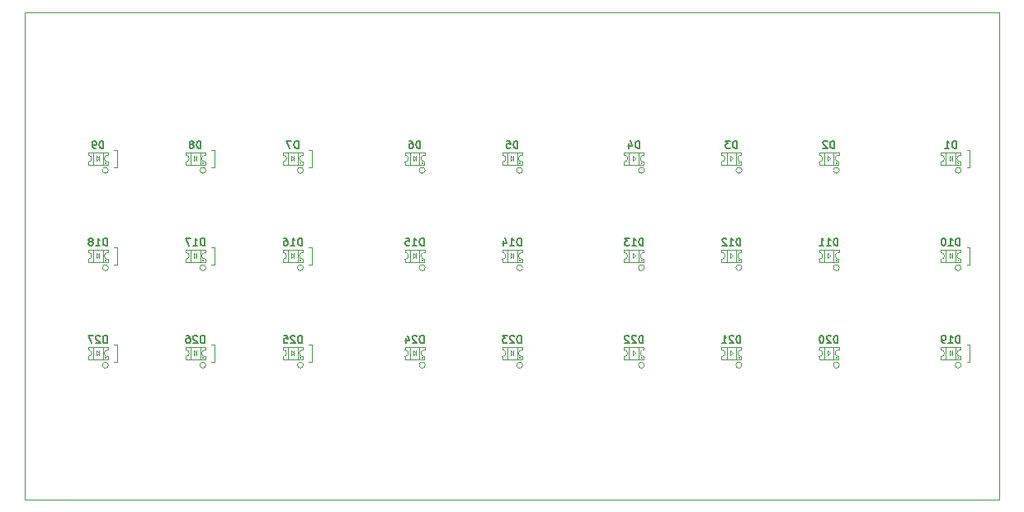
<source format=gbo>
G04 #@! TF.FileFunction,Legend,Bot*
%FSLAX46Y46*%
G04 Gerber Fmt 4.6, Leading zero omitted, Abs format (unit mm)*
G04 Created by KiCad (PCBNEW 4.0.0-stable) date 21/02/2016 17:37:39*
%MOMM*%
G01*
G04 APERTURE LIST*
%ADD10C,0.150000*%
%ADD11C,0.100000*%
%ADD12C,0.101600*%
%ADD13C,0.078740*%
%ADD14C,0.066040*%
%ADD15C,0.050800*%
%ADD16C,0.127000*%
G04 APERTURE END LIST*
D10*
D11*
X100000000Y0D02*
X0Y0D01*
X100000000Y50000000D02*
X100000000Y0D01*
X0Y50000000D02*
X100000000Y50000000D01*
X0Y0D02*
X0Y50000000D01*
D12*
X95127000Y34746000D02*
X95127000Y35254000D01*
X96651000Y35889000D02*
X96714500Y35889000D01*
X96968500Y34111000D02*
X96651000Y34111000D01*
X96714500Y35889000D02*
X96968500Y35889000D01*
X96968500Y34111000D02*
X96968500Y35889000D01*
X95127000Y35000000D02*
X94873000Y34746000D01*
X94873000Y34746000D02*
X94873000Y35254000D01*
X94873000Y35254000D02*
X95127000Y35000000D01*
D13*
X96067329Y33780800D02*
G75*
G03X96067329Y33780800I-305329J0D01*
G01*
X93984000Y35622300D02*
X96016000Y35622300D01*
X93984000Y34377700D02*
X96003300Y34377700D01*
X96016000Y35342900D02*
X96016000Y35622300D01*
X96003300Y34657100D02*
X96003300Y34403100D01*
X93984000Y35342900D02*
X93984000Y35622300D01*
X93984000Y34377700D02*
X93984000Y34657100D01*
D14*
X95497840Y35299720D02*
X95497840Y35624840D01*
X95497840Y34677420D02*
X95497840Y34827280D01*
X95497840Y35172720D02*
X95497840Y35322580D01*
X95497840Y34801880D02*
X95497840Y35198120D01*
X94502160Y35299720D02*
X94502160Y35624840D01*
X94502160Y34375160D02*
X94502160Y34700280D01*
X94502160Y35172720D02*
X94502160Y35322580D01*
X94502160Y34677420D02*
X94502160Y34827280D01*
X94502160Y34801880D02*
X94502160Y35198120D01*
X95497840Y34400560D02*
X95497840Y34700280D01*
D15*
X95856702Y34525020D02*
G75*
G03X95856702Y34525020I-71842J0D01*
G01*
D12*
X95998220Y34652020D02*
G75*
G02X95998220Y35347980I0J347980D01*
G01*
X94001780Y35347980D02*
G75*
G02X94001780Y34652020I0J-347980D01*
G01*
X7627000Y14746000D02*
X7627000Y15254000D01*
X9151000Y15889000D02*
X9214500Y15889000D01*
X9468500Y14111000D02*
X9151000Y14111000D01*
X9214500Y15889000D02*
X9468500Y15889000D01*
X9468500Y14111000D02*
X9468500Y15889000D01*
X7627000Y15000000D02*
X7373000Y14746000D01*
X7373000Y14746000D02*
X7373000Y15254000D01*
X7373000Y15254000D02*
X7627000Y15000000D01*
D13*
X8567329Y13780800D02*
G75*
G03X8567329Y13780800I-305329J0D01*
G01*
X6484000Y15622300D02*
X8516000Y15622300D01*
X6484000Y14377700D02*
X8503300Y14377700D01*
X8516000Y15342900D02*
X8516000Y15622300D01*
X8503300Y14657100D02*
X8503300Y14403100D01*
X6484000Y15342900D02*
X6484000Y15622300D01*
X6484000Y14377700D02*
X6484000Y14657100D01*
D14*
X7997840Y15299720D02*
X7997840Y15624840D01*
X7997840Y14677420D02*
X7997840Y14827280D01*
X7997840Y15172720D02*
X7997840Y15322580D01*
X7997840Y14801880D02*
X7997840Y15198120D01*
X7002160Y15299720D02*
X7002160Y15624840D01*
X7002160Y14375160D02*
X7002160Y14700280D01*
X7002160Y15172720D02*
X7002160Y15322580D01*
X7002160Y14677420D02*
X7002160Y14827280D01*
X7002160Y14801880D02*
X7002160Y15198120D01*
X7997840Y14400560D02*
X7997840Y14700280D01*
D15*
X8356702Y14525020D02*
G75*
G03X8356702Y14525020I-71842J0D01*
G01*
D12*
X8498220Y14652020D02*
G75*
G02X8498220Y15347980I0J347980D01*
G01*
X6501780Y15347980D02*
G75*
G02X6501780Y14652020I0J-347980D01*
G01*
X17627000Y14746000D02*
X17627000Y15254000D01*
X19151000Y15889000D02*
X19214500Y15889000D01*
X19468500Y14111000D02*
X19151000Y14111000D01*
X19214500Y15889000D02*
X19468500Y15889000D01*
X19468500Y14111000D02*
X19468500Y15889000D01*
X17627000Y15000000D02*
X17373000Y14746000D01*
X17373000Y14746000D02*
X17373000Y15254000D01*
X17373000Y15254000D02*
X17627000Y15000000D01*
D13*
X18567329Y13780800D02*
G75*
G03X18567329Y13780800I-305329J0D01*
G01*
X16484000Y15622300D02*
X18516000Y15622300D01*
X16484000Y14377700D02*
X18503300Y14377700D01*
X18516000Y15342900D02*
X18516000Y15622300D01*
X18503300Y14657100D02*
X18503300Y14403100D01*
X16484000Y15342900D02*
X16484000Y15622300D01*
X16484000Y14377700D02*
X16484000Y14657100D01*
D14*
X17997840Y15299720D02*
X17997840Y15624840D01*
X17997840Y14677420D02*
X17997840Y14827280D01*
X17997840Y15172720D02*
X17997840Y15322580D01*
X17997840Y14801880D02*
X17997840Y15198120D01*
X17002160Y15299720D02*
X17002160Y15624840D01*
X17002160Y14375160D02*
X17002160Y14700280D01*
X17002160Y15172720D02*
X17002160Y15322580D01*
X17002160Y14677420D02*
X17002160Y14827280D01*
X17002160Y14801880D02*
X17002160Y15198120D01*
X17997840Y14400560D02*
X17997840Y14700280D01*
D15*
X18356702Y14525020D02*
G75*
G03X18356702Y14525020I-71842J0D01*
G01*
D12*
X18498220Y14652020D02*
G75*
G02X18498220Y15347980I0J347980D01*
G01*
X16501780Y15347980D02*
G75*
G02X16501780Y14652020I0J-347980D01*
G01*
X27627000Y14746000D02*
X27627000Y15254000D01*
X29151000Y15889000D02*
X29214500Y15889000D01*
X29468500Y14111000D02*
X29151000Y14111000D01*
X29214500Y15889000D02*
X29468500Y15889000D01*
X29468500Y14111000D02*
X29468500Y15889000D01*
X27627000Y15000000D02*
X27373000Y14746000D01*
X27373000Y14746000D02*
X27373000Y15254000D01*
X27373000Y15254000D02*
X27627000Y15000000D01*
D13*
X28567329Y13780800D02*
G75*
G03X28567329Y13780800I-305329J0D01*
G01*
X26484000Y15622300D02*
X28516000Y15622300D01*
X26484000Y14377700D02*
X28503300Y14377700D01*
X28516000Y15342900D02*
X28516000Y15622300D01*
X28503300Y14657100D02*
X28503300Y14403100D01*
X26484000Y15342900D02*
X26484000Y15622300D01*
X26484000Y14377700D02*
X26484000Y14657100D01*
D14*
X27997840Y15299720D02*
X27997840Y15624840D01*
X27997840Y14677420D02*
X27997840Y14827280D01*
X27997840Y15172720D02*
X27997840Y15322580D01*
X27997840Y14801880D02*
X27997840Y15198120D01*
X27002160Y15299720D02*
X27002160Y15624840D01*
X27002160Y14375160D02*
X27002160Y14700280D01*
X27002160Y15172720D02*
X27002160Y15322580D01*
X27002160Y14677420D02*
X27002160Y14827280D01*
X27002160Y14801880D02*
X27002160Y15198120D01*
X27997840Y14400560D02*
X27997840Y14700280D01*
D15*
X28356702Y14525020D02*
G75*
G03X28356702Y14525020I-71842J0D01*
G01*
D12*
X28498220Y14652020D02*
G75*
G02X28498220Y15347980I0J347980D01*
G01*
X26501780Y15347980D02*
G75*
G02X26501780Y14652020I0J-347980D01*
G01*
X95127000Y14746000D02*
X95127000Y15254000D01*
X96651000Y15889000D02*
X96714500Y15889000D01*
X96968500Y14111000D02*
X96651000Y14111000D01*
X96714500Y15889000D02*
X96968500Y15889000D01*
X96968500Y14111000D02*
X96968500Y15889000D01*
X95127000Y15000000D02*
X94873000Y14746000D01*
X94873000Y14746000D02*
X94873000Y15254000D01*
X94873000Y15254000D02*
X95127000Y15000000D01*
D13*
X96067329Y13780800D02*
G75*
G03X96067329Y13780800I-305329J0D01*
G01*
X93984000Y15622300D02*
X96016000Y15622300D01*
X93984000Y14377700D02*
X96003300Y14377700D01*
X96016000Y15342900D02*
X96016000Y15622300D01*
X96003300Y14657100D02*
X96003300Y14403100D01*
X93984000Y15342900D02*
X93984000Y15622300D01*
X93984000Y14377700D02*
X93984000Y14657100D01*
D14*
X95497840Y15299720D02*
X95497840Y15624840D01*
X95497840Y14677420D02*
X95497840Y14827280D01*
X95497840Y15172720D02*
X95497840Y15322580D01*
X95497840Y14801880D02*
X95497840Y15198120D01*
X94502160Y15299720D02*
X94502160Y15624840D01*
X94502160Y14375160D02*
X94502160Y14700280D01*
X94502160Y15172720D02*
X94502160Y15322580D01*
X94502160Y14677420D02*
X94502160Y14827280D01*
X94502160Y14801880D02*
X94502160Y15198120D01*
X95497840Y14400560D02*
X95497840Y14700280D01*
D15*
X95856702Y14525020D02*
G75*
G03X95856702Y14525020I-71842J0D01*
G01*
D12*
X95998220Y14652020D02*
G75*
G02X95998220Y15347980I0J347980D01*
G01*
X94001780Y15347980D02*
G75*
G02X94001780Y14652020I0J-347980D01*
G01*
X7627000Y24746000D02*
X7627000Y25254000D01*
X9151000Y25889000D02*
X9214500Y25889000D01*
X9468500Y24111000D02*
X9151000Y24111000D01*
X9214500Y25889000D02*
X9468500Y25889000D01*
X9468500Y24111000D02*
X9468500Y25889000D01*
X7627000Y25000000D02*
X7373000Y24746000D01*
X7373000Y24746000D02*
X7373000Y25254000D01*
X7373000Y25254000D02*
X7627000Y25000000D01*
D13*
X8567329Y23780800D02*
G75*
G03X8567329Y23780800I-305329J0D01*
G01*
X6484000Y25622300D02*
X8516000Y25622300D01*
X6484000Y24377700D02*
X8503300Y24377700D01*
X8516000Y25342900D02*
X8516000Y25622300D01*
X8503300Y24657100D02*
X8503300Y24403100D01*
X6484000Y25342900D02*
X6484000Y25622300D01*
X6484000Y24377700D02*
X6484000Y24657100D01*
D14*
X7997840Y25299720D02*
X7997840Y25624840D01*
X7997840Y24677420D02*
X7997840Y24827280D01*
X7997840Y25172720D02*
X7997840Y25322580D01*
X7997840Y24801880D02*
X7997840Y25198120D01*
X7002160Y25299720D02*
X7002160Y25624840D01*
X7002160Y24375160D02*
X7002160Y24700280D01*
X7002160Y25172720D02*
X7002160Y25322580D01*
X7002160Y24677420D02*
X7002160Y24827280D01*
X7002160Y24801880D02*
X7002160Y25198120D01*
X7997840Y24400560D02*
X7997840Y24700280D01*
D15*
X8356702Y24525020D02*
G75*
G03X8356702Y24525020I-71842J0D01*
G01*
D12*
X8498220Y24652020D02*
G75*
G02X8498220Y25347980I0J347980D01*
G01*
X6501780Y25347980D02*
G75*
G02X6501780Y24652020I0J-347980D01*
G01*
X17627000Y24746000D02*
X17627000Y25254000D01*
X19151000Y25889000D02*
X19214500Y25889000D01*
X19468500Y24111000D02*
X19151000Y24111000D01*
X19214500Y25889000D02*
X19468500Y25889000D01*
X19468500Y24111000D02*
X19468500Y25889000D01*
X17627000Y25000000D02*
X17373000Y24746000D01*
X17373000Y24746000D02*
X17373000Y25254000D01*
X17373000Y25254000D02*
X17627000Y25000000D01*
D13*
X18567329Y23780800D02*
G75*
G03X18567329Y23780800I-305329J0D01*
G01*
X16484000Y25622300D02*
X18516000Y25622300D01*
X16484000Y24377700D02*
X18503300Y24377700D01*
X18516000Y25342900D02*
X18516000Y25622300D01*
X18503300Y24657100D02*
X18503300Y24403100D01*
X16484000Y25342900D02*
X16484000Y25622300D01*
X16484000Y24377700D02*
X16484000Y24657100D01*
D14*
X17997840Y25299720D02*
X17997840Y25624840D01*
X17997840Y24677420D02*
X17997840Y24827280D01*
X17997840Y25172720D02*
X17997840Y25322580D01*
X17997840Y24801880D02*
X17997840Y25198120D01*
X17002160Y25299720D02*
X17002160Y25624840D01*
X17002160Y24375160D02*
X17002160Y24700280D01*
X17002160Y25172720D02*
X17002160Y25322580D01*
X17002160Y24677420D02*
X17002160Y24827280D01*
X17002160Y24801880D02*
X17002160Y25198120D01*
X17997840Y24400560D02*
X17997840Y24700280D01*
D15*
X18356702Y24525020D02*
G75*
G03X18356702Y24525020I-71842J0D01*
G01*
D12*
X18498220Y24652020D02*
G75*
G02X18498220Y25347980I0J347980D01*
G01*
X16501780Y25347980D02*
G75*
G02X16501780Y24652020I0J-347980D01*
G01*
X27627000Y24746000D02*
X27627000Y25254000D01*
X29151000Y25889000D02*
X29214500Y25889000D01*
X29468500Y24111000D02*
X29151000Y24111000D01*
X29214500Y25889000D02*
X29468500Y25889000D01*
X29468500Y24111000D02*
X29468500Y25889000D01*
X27627000Y25000000D02*
X27373000Y24746000D01*
X27373000Y24746000D02*
X27373000Y25254000D01*
X27373000Y25254000D02*
X27627000Y25000000D01*
D13*
X28567329Y23780800D02*
G75*
G03X28567329Y23780800I-305329J0D01*
G01*
X26484000Y25622300D02*
X28516000Y25622300D01*
X26484000Y24377700D02*
X28503300Y24377700D01*
X28516000Y25342900D02*
X28516000Y25622300D01*
X28503300Y24657100D02*
X28503300Y24403100D01*
X26484000Y25342900D02*
X26484000Y25622300D01*
X26484000Y24377700D02*
X26484000Y24657100D01*
D14*
X27997840Y25299720D02*
X27997840Y25624840D01*
X27997840Y24677420D02*
X27997840Y24827280D01*
X27997840Y25172720D02*
X27997840Y25322580D01*
X27997840Y24801880D02*
X27997840Y25198120D01*
X27002160Y25299720D02*
X27002160Y25624840D01*
X27002160Y24375160D02*
X27002160Y24700280D01*
X27002160Y25172720D02*
X27002160Y25322580D01*
X27002160Y24677420D02*
X27002160Y24827280D01*
X27002160Y24801880D02*
X27002160Y25198120D01*
X27997840Y24400560D02*
X27997840Y24700280D01*
D15*
X28356702Y24525020D02*
G75*
G03X28356702Y24525020I-71842J0D01*
G01*
D12*
X28498220Y24652020D02*
G75*
G02X28498220Y25347980I0J347980D01*
G01*
X26501780Y25347980D02*
G75*
G02X26501780Y24652020I0J-347980D01*
G01*
X95127000Y24746000D02*
X95127000Y25254000D01*
X96651000Y25889000D02*
X96714500Y25889000D01*
X96968500Y24111000D02*
X96651000Y24111000D01*
X96714500Y25889000D02*
X96968500Y25889000D01*
X96968500Y24111000D02*
X96968500Y25889000D01*
X95127000Y25000000D02*
X94873000Y24746000D01*
X94873000Y24746000D02*
X94873000Y25254000D01*
X94873000Y25254000D02*
X95127000Y25000000D01*
D13*
X96067329Y23780800D02*
G75*
G03X96067329Y23780800I-305329J0D01*
G01*
X93984000Y25622300D02*
X96016000Y25622300D01*
X93984000Y24377700D02*
X96003300Y24377700D01*
X96016000Y25342900D02*
X96016000Y25622300D01*
X96003300Y24657100D02*
X96003300Y24403100D01*
X93984000Y25342900D02*
X93984000Y25622300D01*
X93984000Y24377700D02*
X93984000Y24657100D01*
D14*
X95497840Y25299720D02*
X95497840Y25624840D01*
X95497840Y24677420D02*
X95497840Y24827280D01*
X95497840Y25172720D02*
X95497840Y25322580D01*
X95497840Y24801880D02*
X95497840Y25198120D01*
X94502160Y25299720D02*
X94502160Y25624840D01*
X94502160Y24375160D02*
X94502160Y24700280D01*
X94502160Y25172720D02*
X94502160Y25322580D01*
X94502160Y24677420D02*
X94502160Y24827280D01*
X94502160Y24801880D02*
X94502160Y25198120D01*
X95497840Y24400560D02*
X95497840Y24700280D01*
D15*
X95856702Y24525020D02*
G75*
G03X95856702Y24525020I-71842J0D01*
G01*
D12*
X95998220Y24652020D02*
G75*
G02X95998220Y25347980I0J347980D01*
G01*
X94001780Y25347980D02*
G75*
G02X94001780Y24652020I0J-347980D01*
G01*
X7627000Y34746000D02*
X7627000Y35254000D01*
X9151000Y35889000D02*
X9214500Y35889000D01*
X9468500Y34111000D02*
X9151000Y34111000D01*
X9214500Y35889000D02*
X9468500Y35889000D01*
X9468500Y34111000D02*
X9468500Y35889000D01*
X7627000Y35000000D02*
X7373000Y34746000D01*
X7373000Y34746000D02*
X7373000Y35254000D01*
X7373000Y35254000D02*
X7627000Y35000000D01*
D13*
X8567329Y33780800D02*
G75*
G03X8567329Y33780800I-305329J0D01*
G01*
X6484000Y35622300D02*
X8516000Y35622300D01*
X6484000Y34377700D02*
X8503300Y34377700D01*
X8516000Y35342900D02*
X8516000Y35622300D01*
X8503300Y34657100D02*
X8503300Y34403100D01*
X6484000Y35342900D02*
X6484000Y35622300D01*
X6484000Y34377700D02*
X6484000Y34657100D01*
D14*
X7997840Y35299720D02*
X7997840Y35624840D01*
X7997840Y34677420D02*
X7997840Y34827280D01*
X7997840Y35172720D02*
X7997840Y35322580D01*
X7997840Y34801880D02*
X7997840Y35198120D01*
X7002160Y35299720D02*
X7002160Y35624840D01*
X7002160Y34375160D02*
X7002160Y34700280D01*
X7002160Y35172720D02*
X7002160Y35322580D01*
X7002160Y34677420D02*
X7002160Y34827280D01*
X7002160Y34801880D02*
X7002160Y35198120D01*
X7997840Y34400560D02*
X7997840Y34700280D01*
D15*
X8356702Y34525020D02*
G75*
G03X8356702Y34525020I-71842J0D01*
G01*
D12*
X8498220Y34652020D02*
G75*
G02X8498220Y35347980I0J347980D01*
G01*
X6501780Y35347980D02*
G75*
G02X6501780Y34652020I0J-347980D01*
G01*
X17627000Y34746000D02*
X17627000Y35254000D01*
X19151000Y35889000D02*
X19214500Y35889000D01*
X19468500Y34111000D02*
X19151000Y34111000D01*
X19214500Y35889000D02*
X19468500Y35889000D01*
X19468500Y34111000D02*
X19468500Y35889000D01*
X17627000Y35000000D02*
X17373000Y34746000D01*
X17373000Y34746000D02*
X17373000Y35254000D01*
X17373000Y35254000D02*
X17627000Y35000000D01*
D13*
X18567329Y33780800D02*
G75*
G03X18567329Y33780800I-305329J0D01*
G01*
X16484000Y35622300D02*
X18516000Y35622300D01*
X16484000Y34377700D02*
X18503300Y34377700D01*
X18516000Y35342900D02*
X18516000Y35622300D01*
X18503300Y34657100D02*
X18503300Y34403100D01*
X16484000Y35342900D02*
X16484000Y35622300D01*
X16484000Y34377700D02*
X16484000Y34657100D01*
D14*
X17997840Y35299720D02*
X17997840Y35624840D01*
X17997840Y34677420D02*
X17997840Y34827280D01*
X17997840Y35172720D02*
X17997840Y35322580D01*
X17997840Y34801880D02*
X17997840Y35198120D01*
X17002160Y35299720D02*
X17002160Y35624840D01*
X17002160Y34375160D02*
X17002160Y34700280D01*
X17002160Y35172720D02*
X17002160Y35322580D01*
X17002160Y34677420D02*
X17002160Y34827280D01*
X17002160Y34801880D02*
X17002160Y35198120D01*
X17997840Y34400560D02*
X17997840Y34700280D01*
D15*
X18356702Y34525020D02*
G75*
G03X18356702Y34525020I-71842J0D01*
G01*
D12*
X18498220Y34652020D02*
G75*
G02X18498220Y35347980I0J347980D01*
G01*
X16501780Y35347980D02*
G75*
G02X16501780Y34652020I0J-347980D01*
G01*
X27627000Y34746000D02*
X27627000Y35254000D01*
X29151000Y35889000D02*
X29214500Y35889000D01*
X29468500Y34111000D02*
X29151000Y34111000D01*
X29214500Y35889000D02*
X29468500Y35889000D01*
X29468500Y34111000D02*
X29468500Y35889000D01*
X27627000Y35000000D02*
X27373000Y34746000D01*
X27373000Y34746000D02*
X27373000Y35254000D01*
X27373000Y35254000D02*
X27627000Y35000000D01*
D13*
X28567329Y33780800D02*
G75*
G03X28567329Y33780800I-305329J0D01*
G01*
X26484000Y35622300D02*
X28516000Y35622300D01*
X26484000Y34377700D02*
X28503300Y34377700D01*
X28516000Y35342900D02*
X28516000Y35622300D01*
X28503300Y34657100D02*
X28503300Y34403100D01*
X26484000Y35342900D02*
X26484000Y35622300D01*
X26484000Y34377700D02*
X26484000Y34657100D01*
D14*
X27997840Y35299720D02*
X27997840Y35624840D01*
X27997840Y34677420D02*
X27997840Y34827280D01*
X27997840Y35172720D02*
X27997840Y35322580D01*
X27997840Y34801880D02*
X27997840Y35198120D01*
X27002160Y35299720D02*
X27002160Y35624840D01*
X27002160Y34375160D02*
X27002160Y34700280D01*
X27002160Y35172720D02*
X27002160Y35322580D01*
X27002160Y34677420D02*
X27002160Y34827280D01*
X27002160Y34801880D02*
X27002160Y35198120D01*
X27997840Y34400560D02*
X27997840Y34700280D01*
D15*
X28356702Y34525020D02*
G75*
G03X28356702Y34525020I-71842J0D01*
G01*
D12*
X28498220Y34652020D02*
G75*
G02X28498220Y35347980I0J347980D01*
G01*
X26501780Y35347980D02*
G75*
G02X26501780Y34652020I0J-347980D01*
G01*
X40127000Y14746000D02*
X40127000Y15254000D01*
X39873000Y14746000D02*
X40127000Y15000000D01*
X40127000Y15000000D02*
X39873000Y15254000D01*
X39873000Y15254000D02*
X39873000Y14746000D01*
D13*
X41067329Y13780800D02*
G75*
G03X41067329Y13780800I-305329J0D01*
G01*
X38984000Y15622300D02*
X41016000Y15622300D01*
X38984000Y14377700D02*
X41003300Y14377700D01*
X41016000Y15342900D02*
X41016000Y15622300D01*
X41003300Y14657100D02*
X41003300Y14403100D01*
X38984000Y15342900D02*
X38984000Y15622300D01*
X38984000Y14377700D02*
X38984000Y14657100D01*
D14*
X40497840Y15299720D02*
X40497840Y15624840D01*
X40497840Y14677420D02*
X40497840Y14827280D01*
X40497840Y15172720D02*
X40497840Y15322580D01*
X40497840Y14801880D02*
X40497840Y15198120D01*
X39502160Y15299720D02*
X39502160Y15624840D01*
X39502160Y14375160D02*
X39502160Y14700280D01*
X39502160Y15172720D02*
X39502160Y15322580D01*
X39502160Y14677420D02*
X39502160Y14827280D01*
X39502160Y14801880D02*
X39502160Y15198120D01*
X40497840Y14400560D02*
X40497840Y14700280D01*
D15*
X40856702Y14525020D02*
G75*
G03X40856702Y14525020I-71842J0D01*
G01*
D12*
X40998220Y14652020D02*
G75*
G02X40998220Y15347980I0J347980D01*
G01*
X39001780Y15347980D02*
G75*
G02X39001780Y14652020I0J-347980D01*
G01*
X50127000Y14746000D02*
X50127000Y15254000D01*
X49873000Y14746000D02*
X50127000Y15000000D01*
X50127000Y15000000D02*
X49873000Y15254000D01*
X49873000Y15254000D02*
X49873000Y14746000D01*
D13*
X51067329Y13780800D02*
G75*
G03X51067329Y13780800I-305329J0D01*
G01*
X48984000Y15622300D02*
X51016000Y15622300D01*
X48984000Y14377700D02*
X51003300Y14377700D01*
X51016000Y15342900D02*
X51016000Y15622300D01*
X51003300Y14657100D02*
X51003300Y14403100D01*
X48984000Y15342900D02*
X48984000Y15622300D01*
X48984000Y14377700D02*
X48984000Y14657100D01*
D14*
X50497840Y15299720D02*
X50497840Y15624840D01*
X50497840Y14677420D02*
X50497840Y14827280D01*
X50497840Y15172720D02*
X50497840Y15322580D01*
X50497840Y14801880D02*
X50497840Y15198120D01*
X49502160Y15299720D02*
X49502160Y15624840D01*
X49502160Y14375160D02*
X49502160Y14700280D01*
X49502160Y15172720D02*
X49502160Y15322580D01*
X49502160Y14677420D02*
X49502160Y14827280D01*
X49502160Y14801880D02*
X49502160Y15198120D01*
X50497840Y14400560D02*
X50497840Y14700280D01*
D15*
X50856702Y14525020D02*
G75*
G03X50856702Y14525020I-71842J0D01*
G01*
D12*
X50998220Y14652020D02*
G75*
G02X50998220Y15347980I0J347980D01*
G01*
X49001780Y15347980D02*
G75*
G02X49001780Y14652020I0J-347980D01*
G01*
X40127000Y24746000D02*
X40127000Y25254000D01*
X39873000Y24746000D02*
X40127000Y25000000D01*
X40127000Y25000000D02*
X39873000Y25254000D01*
X39873000Y25254000D02*
X39873000Y24746000D01*
D13*
X41067329Y23780800D02*
G75*
G03X41067329Y23780800I-305329J0D01*
G01*
X38984000Y25622300D02*
X41016000Y25622300D01*
X38984000Y24377700D02*
X41003300Y24377700D01*
X41016000Y25342900D02*
X41016000Y25622300D01*
X41003300Y24657100D02*
X41003300Y24403100D01*
X38984000Y25342900D02*
X38984000Y25622300D01*
X38984000Y24377700D02*
X38984000Y24657100D01*
D14*
X40497840Y25299720D02*
X40497840Y25624840D01*
X40497840Y24677420D02*
X40497840Y24827280D01*
X40497840Y25172720D02*
X40497840Y25322580D01*
X40497840Y24801880D02*
X40497840Y25198120D01*
X39502160Y25299720D02*
X39502160Y25624840D01*
X39502160Y24375160D02*
X39502160Y24700280D01*
X39502160Y25172720D02*
X39502160Y25322580D01*
X39502160Y24677420D02*
X39502160Y24827280D01*
X39502160Y24801880D02*
X39502160Y25198120D01*
X40497840Y24400560D02*
X40497840Y24700280D01*
D15*
X40856702Y24525020D02*
G75*
G03X40856702Y24525020I-71842J0D01*
G01*
D12*
X40998220Y24652020D02*
G75*
G02X40998220Y25347980I0J347980D01*
G01*
X39001780Y25347980D02*
G75*
G02X39001780Y24652020I0J-347980D01*
G01*
X50127000Y24746000D02*
X50127000Y25254000D01*
X49873000Y24746000D02*
X50127000Y25000000D01*
X50127000Y25000000D02*
X49873000Y25254000D01*
X49873000Y25254000D02*
X49873000Y24746000D01*
D13*
X51067329Y23780800D02*
G75*
G03X51067329Y23780800I-305329J0D01*
G01*
X48984000Y25622300D02*
X51016000Y25622300D01*
X48984000Y24377700D02*
X51003300Y24377700D01*
X51016000Y25342900D02*
X51016000Y25622300D01*
X51003300Y24657100D02*
X51003300Y24403100D01*
X48984000Y25342900D02*
X48984000Y25622300D01*
X48984000Y24377700D02*
X48984000Y24657100D01*
D14*
X50497840Y25299720D02*
X50497840Y25624840D01*
X50497840Y24677420D02*
X50497840Y24827280D01*
X50497840Y25172720D02*
X50497840Y25322580D01*
X50497840Y24801880D02*
X50497840Y25198120D01*
X49502160Y25299720D02*
X49502160Y25624840D01*
X49502160Y24375160D02*
X49502160Y24700280D01*
X49502160Y25172720D02*
X49502160Y25322580D01*
X49502160Y24677420D02*
X49502160Y24827280D01*
X49502160Y24801880D02*
X49502160Y25198120D01*
X50497840Y24400560D02*
X50497840Y24700280D01*
D15*
X50856702Y24525020D02*
G75*
G03X50856702Y24525020I-71842J0D01*
G01*
D12*
X50998220Y24652020D02*
G75*
G02X50998220Y25347980I0J347980D01*
G01*
X49001780Y25347980D02*
G75*
G02X49001780Y24652020I0J-347980D01*
G01*
X40127000Y34746000D02*
X40127000Y35254000D01*
X39873000Y34746000D02*
X40127000Y35000000D01*
X40127000Y35000000D02*
X39873000Y35254000D01*
X39873000Y35254000D02*
X39873000Y34746000D01*
D13*
X41067329Y33780800D02*
G75*
G03X41067329Y33780800I-305329J0D01*
G01*
X38984000Y35622300D02*
X41016000Y35622300D01*
X38984000Y34377700D02*
X41003300Y34377700D01*
X41016000Y35342900D02*
X41016000Y35622300D01*
X41003300Y34657100D02*
X41003300Y34403100D01*
X38984000Y35342900D02*
X38984000Y35622300D01*
X38984000Y34377700D02*
X38984000Y34657100D01*
D14*
X40497840Y35299720D02*
X40497840Y35624840D01*
X40497840Y34677420D02*
X40497840Y34827280D01*
X40497840Y35172720D02*
X40497840Y35322580D01*
X40497840Y34801880D02*
X40497840Y35198120D01*
X39502160Y35299720D02*
X39502160Y35624840D01*
X39502160Y34375160D02*
X39502160Y34700280D01*
X39502160Y35172720D02*
X39502160Y35322580D01*
X39502160Y34677420D02*
X39502160Y34827280D01*
X39502160Y34801880D02*
X39502160Y35198120D01*
X40497840Y34400560D02*
X40497840Y34700280D01*
D15*
X40856702Y34525020D02*
G75*
G03X40856702Y34525020I-71842J0D01*
G01*
D12*
X40998220Y34652020D02*
G75*
G02X40998220Y35347980I0J347980D01*
G01*
X39001780Y35347980D02*
G75*
G02X39001780Y34652020I0J-347980D01*
G01*
X50127000Y34746000D02*
X50127000Y35254000D01*
X49873000Y34746000D02*
X50127000Y35000000D01*
X50127000Y35000000D02*
X49873000Y35254000D01*
X49873000Y35254000D02*
X49873000Y34746000D01*
D13*
X51067329Y33780800D02*
G75*
G03X51067329Y33780800I-305329J0D01*
G01*
X48984000Y35622300D02*
X51016000Y35622300D01*
X48984000Y34377700D02*
X51003300Y34377700D01*
X51016000Y35342900D02*
X51016000Y35622300D01*
X51003300Y34657100D02*
X51003300Y34403100D01*
X48984000Y35342900D02*
X48984000Y35622300D01*
X48984000Y34377700D02*
X48984000Y34657100D01*
D14*
X50497840Y35299720D02*
X50497840Y35624840D01*
X50497840Y34677420D02*
X50497840Y34827280D01*
X50497840Y35172720D02*
X50497840Y35322580D01*
X50497840Y34801880D02*
X50497840Y35198120D01*
X49502160Y35299720D02*
X49502160Y35624840D01*
X49502160Y34375160D02*
X49502160Y34700280D01*
X49502160Y35172720D02*
X49502160Y35322580D01*
X49502160Y34677420D02*
X49502160Y34827280D01*
X49502160Y34801880D02*
X49502160Y35198120D01*
X50497840Y34400560D02*
X50497840Y34700280D01*
D15*
X50856702Y34525020D02*
G75*
G03X50856702Y34525020I-71842J0D01*
G01*
D12*
X50998220Y34652020D02*
G75*
G02X50998220Y35347980I0J347980D01*
G01*
X49001780Y35347980D02*
G75*
G02X49001780Y34652020I0J-347980D01*
G01*
X82627000Y35000000D02*
X82373000Y34746000D01*
X82373000Y34746000D02*
X82373000Y35127000D01*
X82373000Y35127000D02*
X82373000Y35254000D01*
X82373000Y35254000D02*
X82627000Y35000000D01*
D13*
X83567329Y33780800D02*
G75*
G03X83567329Y33780800I-305329J0D01*
G01*
X81484000Y35622300D02*
X83516000Y35622300D01*
X81484000Y34377700D02*
X83503300Y34377700D01*
X83516000Y35342900D02*
X83516000Y35622300D01*
X83503300Y34657100D02*
X83503300Y34403100D01*
X81484000Y35342900D02*
X81484000Y35622300D01*
X81484000Y34377700D02*
X81484000Y34657100D01*
D14*
X82997840Y35299720D02*
X82997840Y35624840D01*
X82997840Y34677420D02*
X82997840Y34827280D01*
X82997840Y35172720D02*
X82997840Y35322580D01*
X82997840Y34801880D02*
X82997840Y35198120D01*
X82002160Y35299720D02*
X82002160Y35624840D01*
X82002160Y34375160D02*
X82002160Y34700280D01*
X82002160Y35172720D02*
X82002160Y35322580D01*
X82002160Y34677420D02*
X82002160Y34827280D01*
X82002160Y34801880D02*
X82002160Y35198120D01*
X82997840Y34400560D02*
X82997840Y34700280D01*
D15*
X83356702Y34525020D02*
G75*
G03X83356702Y34525020I-71842J0D01*
G01*
D12*
X83498220Y34652020D02*
G75*
G02X83498220Y35347980I0J347980D01*
G01*
X81501780Y35347980D02*
G75*
G02X81501780Y34652020I0J-347980D01*
G01*
X72627000Y35000000D02*
X72373000Y34746000D01*
X72373000Y34746000D02*
X72373000Y35127000D01*
X72373000Y35127000D02*
X72373000Y35254000D01*
X72373000Y35254000D02*
X72627000Y35000000D01*
D13*
X73567329Y33780800D02*
G75*
G03X73567329Y33780800I-305329J0D01*
G01*
X71484000Y35622300D02*
X73516000Y35622300D01*
X71484000Y34377700D02*
X73503300Y34377700D01*
X73516000Y35342900D02*
X73516000Y35622300D01*
X73503300Y34657100D02*
X73503300Y34403100D01*
X71484000Y35342900D02*
X71484000Y35622300D01*
X71484000Y34377700D02*
X71484000Y34657100D01*
D14*
X72997840Y35299720D02*
X72997840Y35624840D01*
X72997840Y34677420D02*
X72997840Y34827280D01*
X72997840Y35172720D02*
X72997840Y35322580D01*
X72997840Y34801880D02*
X72997840Y35198120D01*
X72002160Y35299720D02*
X72002160Y35624840D01*
X72002160Y34375160D02*
X72002160Y34700280D01*
X72002160Y35172720D02*
X72002160Y35322580D01*
X72002160Y34677420D02*
X72002160Y34827280D01*
X72002160Y34801880D02*
X72002160Y35198120D01*
X72997840Y34400560D02*
X72997840Y34700280D01*
D15*
X73356702Y34525020D02*
G75*
G03X73356702Y34525020I-71842J0D01*
G01*
D12*
X73498220Y34652020D02*
G75*
G02X73498220Y35347980I0J347980D01*
G01*
X71501780Y35347980D02*
G75*
G02X71501780Y34652020I0J-347980D01*
G01*
X62627000Y35000000D02*
X62373000Y34746000D01*
X62373000Y34746000D02*
X62373000Y35127000D01*
X62373000Y35127000D02*
X62373000Y35254000D01*
X62373000Y35254000D02*
X62627000Y35000000D01*
D13*
X63567329Y33780800D02*
G75*
G03X63567329Y33780800I-305329J0D01*
G01*
X61484000Y35622300D02*
X63516000Y35622300D01*
X61484000Y34377700D02*
X63503300Y34377700D01*
X63516000Y35342900D02*
X63516000Y35622300D01*
X63503300Y34657100D02*
X63503300Y34403100D01*
X61484000Y35342900D02*
X61484000Y35622300D01*
X61484000Y34377700D02*
X61484000Y34657100D01*
D14*
X62997840Y35299720D02*
X62997840Y35624840D01*
X62997840Y34677420D02*
X62997840Y34827280D01*
X62997840Y35172720D02*
X62997840Y35322580D01*
X62997840Y34801880D02*
X62997840Y35198120D01*
X62002160Y35299720D02*
X62002160Y35624840D01*
X62002160Y34375160D02*
X62002160Y34700280D01*
X62002160Y35172720D02*
X62002160Y35322580D01*
X62002160Y34677420D02*
X62002160Y34827280D01*
X62002160Y34801880D02*
X62002160Y35198120D01*
X62997840Y34400560D02*
X62997840Y34700280D01*
D15*
X63356702Y34525020D02*
G75*
G03X63356702Y34525020I-71842J0D01*
G01*
D12*
X63498220Y34652020D02*
G75*
G02X63498220Y35347980I0J347980D01*
G01*
X61501780Y35347980D02*
G75*
G02X61501780Y34652020I0J-347980D01*
G01*
X82627000Y25000000D02*
X82373000Y24746000D01*
X82373000Y24746000D02*
X82373000Y25127000D01*
X82373000Y25127000D02*
X82373000Y25254000D01*
X82373000Y25254000D02*
X82627000Y25000000D01*
D13*
X83567329Y23780800D02*
G75*
G03X83567329Y23780800I-305329J0D01*
G01*
X81484000Y25622300D02*
X83516000Y25622300D01*
X81484000Y24377700D02*
X83503300Y24377700D01*
X83516000Y25342900D02*
X83516000Y25622300D01*
X83503300Y24657100D02*
X83503300Y24403100D01*
X81484000Y25342900D02*
X81484000Y25622300D01*
X81484000Y24377700D02*
X81484000Y24657100D01*
D14*
X82997840Y25299720D02*
X82997840Y25624840D01*
X82997840Y24677420D02*
X82997840Y24827280D01*
X82997840Y25172720D02*
X82997840Y25322580D01*
X82997840Y24801880D02*
X82997840Y25198120D01*
X82002160Y25299720D02*
X82002160Y25624840D01*
X82002160Y24375160D02*
X82002160Y24700280D01*
X82002160Y25172720D02*
X82002160Y25322580D01*
X82002160Y24677420D02*
X82002160Y24827280D01*
X82002160Y24801880D02*
X82002160Y25198120D01*
X82997840Y24400560D02*
X82997840Y24700280D01*
D15*
X83356702Y24525020D02*
G75*
G03X83356702Y24525020I-71842J0D01*
G01*
D12*
X83498220Y24652020D02*
G75*
G02X83498220Y25347980I0J347980D01*
G01*
X81501780Y25347980D02*
G75*
G02X81501780Y24652020I0J-347980D01*
G01*
X72627000Y25000000D02*
X72373000Y24746000D01*
X72373000Y24746000D02*
X72373000Y25127000D01*
X72373000Y25127000D02*
X72373000Y25254000D01*
X72373000Y25254000D02*
X72627000Y25000000D01*
D13*
X73567329Y23780800D02*
G75*
G03X73567329Y23780800I-305329J0D01*
G01*
X71484000Y25622300D02*
X73516000Y25622300D01*
X71484000Y24377700D02*
X73503300Y24377700D01*
X73516000Y25342900D02*
X73516000Y25622300D01*
X73503300Y24657100D02*
X73503300Y24403100D01*
X71484000Y25342900D02*
X71484000Y25622300D01*
X71484000Y24377700D02*
X71484000Y24657100D01*
D14*
X72997840Y25299720D02*
X72997840Y25624840D01*
X72997840Y24677420D02*
X72997840Y24827280D01*
X72997840Y25172720D02*
X72997840Y25322580D01*
X72997840Y24801880D02*
X72997840Y25198120D01*
X72002160Y25299720D02*
X72002160Y25624840D01*
X72002160Y24375160D02*
X72002160Y24700280D01*
X72002160Y25172720D02*
X72002160Y25322580D01*
X72002160Y24677420D02*
X72002160Y24827280D01*
X72002160Y24801880D02*
X72002160Y25198120D01*
X72997840Y24400560D02*
X72997840Y24700280D01*
D15*
X73356702Y24525020D02*
G75*
G03X73356702Y24525020I-71842J0D01*
G01*
D12*
X73498220Y24652020D02*
G75*
G02X73498220Y25347980I0J347980D01*
G01*
X71501780Y25347980D02*
G75*
G02X71501780Y24652020I0J-347980D01*
G01*
X62627000Y25000000D02*
X62373000Y24746000D01*
X62373000Y24746000D02*
X62373000Y25127000D01*
X62373000Y25127000D02*
X62373000Y25254000D01*
X62373000Y25254000D02*
X62627000Y25000000D01*
D13*
X63567329Y23780800D02*
G75*
G03X63567329Y23780800I-305329J0D01*
G01*
X61484000Y25622300D02*
X63516000Y25622300D01*
X61484000Y24377700D02*
X63503300Y24377700D01*
X63516000Y25342900D02*
X63516000Y25622300D01*
X63503300Y24657100D02*
X63503300Y24403100D01*
X61484000Y25342900D02*
X61484000Y25622300D01*
X61484000Y24377700D02*
X61484000Y24657100D01*
D14*
X62997840Y25299720D02*
X62997840Y25624840D01*
X62997840Y24677420D02*
X62997840Y24827280D01*
X62997840Y25172720D02*
X62997840Y25322580D01*
X62997840Y24801880D02*
X62997840Y25198120D01*
X62002160Y25299720D02*
X62002160Y25624840D01*
X62002160Y24375160D02*
X62002160Y24700280D01*
X62002160Y25172720D02*
X62002160Y25322580D01*
X62002160Y24677420D02*
X62002160Y24827280D01*
X62002160Y24801880D02*
X62002160Y25198120D01*
X62997840Y24400560D02*
X62997840Y24700280D01*
D15*
X63356702Y24525020D02*
G75*
G03X63356702Y24525020I-71842J0D01*
G01*
D12*
X63498220Y24652020D02*
G75*
G02X63498220Y25347980I0J347980D01*
G01*
X61501780Y25347980D02*
G75*
G02X61501780Y24652020I0J-347980D01*
G01*
X82627000Y15000000D02*
X82373000Y14746000D01*
X82373000Y14746000D02*
X82373000Y15127000D01*
X82373000Y15127000D02*
X82373000Y15254000D01*
X82373000Y15254000D02*
X82627000Y15000000D01*
D13*
X83567329Y13780800D02*
G75*
G03X83567329Y13780800I-305329J0D01*
G01*
X81484000Y15622300D02*
X83516000Y15622300D01*
X81484000Y14377700D02*
X83503300Y14377700D01*
X83516000Y15342900D02*
X83516000Y15622300D01*
X83503300Y14657100D02*
X83503300Y14403100D01*
X81484000Y15342900D02*
X81484000Y15622300D01*
X81484000Y14377700D02*
X81484000Y14657100D01*
D14*
X82997840Y15299720D02*
X82997840Y15624840D01*
X82997840Y14677420D02*
X82997840Y14827280D01*
X82997840Y15172720D02*
X82997840Y15322580D01*
X82997840Y14801880D02*
X82997840Y15198120D01*
X82002160Y15299720D02*
X82002160Y15624840D01*
X82002160Y14375160D02*
X82002160Y14700280D01*
X82002160Y15172720D02*
X82002160Y15322580D01*
X82002160Y14677420D02*
X82002160Y14827280D01*
X82002160Y14801880D02*
X82002160Y15198120D01*
X82997840Y14400560D02*
X82997840Y14700280D01*
D15*
X83356702Y14525020D02*
G75*
G03X83356702Y14525020I-71842J0D01*
G01*
D12*
X83498220Y14652020D02*
G75*
G02X83498220Y15347980I0J347980D01*
G01*
X81501780Y15347980D02*
G75*
G02X81501780Y14652020I0J-347980D01*
G01*
X72627000Y15000000D02*
X72373000Y14746000D01*
X72373000Y14746000D02*
X72373000Y15127000D01*
X72373000Y15127000D02*
X72373000Y15254000D01*
X72373000Y15254000D02*
X72627000Y15000000D01*
D13*
X73567329Y13780800D02*
G75*
G03X73567329Y13780800I-305329J0D01*
G01*
X71484000Y15622300D02*
X73516000Y15622300D01*
X71484000Y14377700D02*
X73503300Y14377700D01*
X73516000Y15342900D02*
X73516000Y15622300D01*
X73503300Y14657100D02*
X73503300Y14403100D01*
X71484000Y15342900D02*
X71484000Y15622300D01*
X71484000Y14377700D02*
X71484000Y14657100D01*
D14*
X72997840Y15299720D02*
X72997840Y15624840D01*
X72997840Y14677420D02*
X72997840Y14827280D01*
X72997840Y15172720D02*
X72997840Y15322580D01*
X72997840Y14801880D02*
X72997840Y15198120D01*
X72002160Y15299720D02*
X72002160Y15624840D01*
X72002160Y14375160D02*
X72002160Y14700280D01*
X72002160Y15172720D02*
X72002160Y15322580D01*
X72002160Y14677420D02*
X72002160Y14827280D01*
X72002160Y14801880D02*
X72002160Y15198120D01*
X72997840Y14400560D02*
X72997840Y14700280D01*
D15*
X73356702Y14525020D02*
G75*
G03X73356702Y14525020I-71842J0D01*
G01*
D12*
X73498220Y14652020D02*
G75*
G02X73498220Y15347980I0J347980D01*
G01*
X71501780Y15347980D02*
G75*
G02X71501780Y14652020I0J-347980D01*
G01*
X62627000Y15000000D02*
X62373000Y14746000D01*
X62373000Y14746000D02*
X62373000Y15127000D01*
X62373000Y15127000D02*
X62373000Y15254000D01*
X62373000Y15254000D02*
X62627000Y15000000D01*
D13*
X63567329Y13780800D02*
G75*
G03X63567329Y13780800I-305329J0D01*
G01*
X61484000Y15622300D02*
X63516000Y15622300D01*
X61484000Y14377700D02*
X63503300Y14377700D01*
X63516000Y15342900D02*
X63516000Y15622300D01*
X63503300Y14657100D02*
X63503300Y14403100D01*
X61484000Y15342900D02*
X61484000Y15622300D01*
X61484000Y14377700D02*
X61484000Y14657100D01*
D14*
X62997840Y15299720D02*
X62997840Y15624840D01*
X62997840Y14677420D02*
X62997840Y14827280D01*
X62997840Y15172720D02*
X62997840Y15322580D01*
X62997840Y14801880D02*
X62997840Y15198120D01*
X62002160Y15299720D02*
X62002160Y15624840D01*
X62002160Y14375160D02*
X62002160Y14700280D01*
X62002160Y15172720D02*
X62002160Y15322580D01*
X62002160Y14677420D02*
X62002160Y14827280D01*
X62002160Y14801880D02*
X62002160Y15198120D01*
X62997840Y14400560D02*
X62997840Y14700280D01*
D15*
X63356702Y14525020D02*
G75*
G03X63356702Y14525020I-71842J0D01*
G01*
D12*
X63498220Y14652020D02*
G75*
G02X63498220Y15347980I0J347980D01*
G01*
X61501780Y15347980D02*
G75*
G02X61501780Y14652020I0J-347980D01*
G01*
D16*
X95562428Y36052286D02*
X95562428Y36814286D01*
X95381000Y36814286D01*
X95272143Y36778000D01*
X95199571Y36705429D01*
X95163286Y36632857D01*
X95127000Y36487714D01*
X95127000Y36378857D01*
X95163286Y36233714D01*
X95199571Y36161143D01*
X95272143Y36088571D01*
X95381000Y36052286D01*
X95562428Y36052286D01*
X94401286Y36052286D02*
X94836714Y36052286D01*
X94619000Y36052286D02*
X94619000Y36814286D01*
X94691571Y36705429D01*
X94764143Y36632857D01*
X94836714Y36596571D01*
X8425285Y16052286D02*
X8425285Y16814286D01*
X8243857Y16814286D01*
X8135000Y16778000D01*
X8062428Y16705429D01*
X8026143Y16632857D01*
X7989857Y16487714D01*
X7989857Y16378857D01*
X8026143Y16233714D01*
X8062428Y16161143D01*
X8135000Y16088571D01*
X8243857Y16052286D01*
X8425285Y16052286D01*
X7699571Y16741714D02*
X7663285Y16778000D01*
X7590714Y16814286D01*
X7409285Y16814286D01*
X7336714Y16778000D01*
X7300428Y16741714D01*
X7264143Y16669143D01*
X7264143Y16596571D01*
X7300428Y16487714D01*
X7735857Y16052286D01*
X7264143Y16052286D01*
X7010143Y16814286D02*
X6502143Y16814286D01*
X6828714Y16052286D01*
X18425285Y16052286D02*
X18425285Y16814286D01*
X18243857Y16814286D01*
X18135000Y16778000D01*
X18062428Y16705429D01*
X18026143Y16632857D01*
X17989857Y16487714D01*
X17989857Y16378857D01*
X18026143Y16233714D01*
X18062428Y16161143D01*
X18135000Y16088571D01*
X18243857Y16052286D01*
X18425285Y16052286D01*
X17699571Y16741714D02*
X17663285Y16778000D01*
X17590714Y16814286D01*
X17409285Y16814286D01*
X17336714Y16778000D01*
X17300428Y16741714D01*
X17264143Y16669143D01*
X17264143Y16596571D01*
X17300428Y16487714D01*
X17735857Y16052286D01*
X17264143Y16052286D01*
X16611000Y16814286D02*
X16756143Y16814286D01*
X16828714Y16778000D01*
X16865000Y16741714D01*
X16937571Y16632857D01*
X16973857Y16487714D01*
X16973857Y16197429D01*
X16937571Y16124857D01*
X16901286Y16088571D01*
X16828714Y16052286D01*
X16683571Y16052286D01*
X16611000Y16088571D01*
X16574714Y16124857D01*
X16538429Y16197429D01*
X16538429Y16378857D01*
X16574714Y16451429D01*
X16611000Y16487714D01*
X16683571Y16524000D01*
X16828714Y16524000D01*
X16901286Y16487714D01*
X16937571Y16451429D01*
X16973857Y16378857D01*
X28425285Y16052286D02*
X28425285Y16814286D01*
X28243857Y16814286D01*
X28135000Y16778000D01*
X28062428Y16705429D01*
X28026143Y16632857D01*
X27989857Y16487714D01*
X27989857Y16378857D01*
X28026143Y16233714D01*
X28062428Y16161143D01*
X28135000Y16088571D01*
X28243857Y16052286D01*
X28425285Y16052286D01*
X27699571Y16741714D02*
X27663285Y16778000D01*
X27590714Y16814286D01*
X27409285Y16814286D01*
X27336714Y16778000D01*
X27300428Y16741714D01*
X27264143Y16669143D01*
X27264143Y16596571D01*
X27300428Y16487714D01*
X27735857Y16052286D01*
X27264143Y16052286D01*
X26574714Y16814286D02*
X26937571Y16814286D01*
X26973857Y16451429D01*
X26937571Y16487714D01*
X26865000Y16524000D01*
X26683571Y16524000D01*
X26611000Y16487714D01*
X26574714Y16451429D01*
X26538429Y16378857D01*
X26538429Y16197429D01*
X26574714Y16124857D01*
X26611000Y16088571D01*
X26683571Y16052286D01*
X26865000Y16052286D01*
X26937571Y16088571D01*
X26973857Y16124857D01*
X95925285Y16052286D02*
X95925285Y16814286D01*
X95743857Y16814286D01*
X95635000Y16778000D01*
X95562428Y16705429D01*
X95526143Y16632857D01*
X95489857Y16487714D01*
X95489857Y16378857D01*
X95526143Y16233714D01*
X95562428Y16161143D01*
X95635000Y16088571D01*
X95743857Y16052286D01*
X95925285Y16052286D01*
X94764143Y16052286D02*
X95199571Y16052286D01*
X94981857Y16052286D02*
X94981857Y16814286D01*
X95054428Y16705429D01*
X95127000Y16632857D01*
X95199571Y16596571D01*
X94401286Y16052286D02*
X94256143Y16052286D01*
X94183571Y16088571D01*
X94147286Y16124857D01*
X94074714Y16233714D01*
X94038429Y16378857D01*
X94038429Y16669143D01*
X94074714Y16741714D01*
X94111000Y16778000D01*
X94183571Y16814286D01*
X94328714Y16814286D01*
X94401286Y16778000D01*
X94437571Y16741714D01*
X94473857Y16669143D01*
X94473857Y16487714D01*
X94437571Y16415143D01*
X94401286Y16378857D01*
X94328714Y16342571D01*
X94183571Y16342571D01*
X94111000Y16378857D01*
X94074714Y16415143D01*
X94038429Y16487714D01*
X8425285Y26052286D02*
X8425285Y26814286D01*
X8243857Y26814286D01*
X8135000Y26778000D01*
X8062428Y26705429D01*
X8026143Y26632857D01*
X7989857Y26487714D01*
X7989857Y26378857D01*
X8026143Y26233714D01*
X8062428Y26161143D01*
X8135000Y26088571D01*
X8243857Y26052286D01*
X8425285Y26052286D01*
X7264143Y26052286D02*
X7699571Y26052286D01*
X7481857Y26052286D02*
X7481857Y26814286D01*
X7554428Y26705429D01*
X7627000Y26632857D01*
X7699571Y26596571D01*
X6828714Y26487714D02*
X6901286Y26524000D01*
X6937571Y26560286D01*
X6973857Y26632857D01*
X6973857Y26669143D01*
X6937571Y26741714D01*
X6901286Y26778000D01*
X6828714Y26814286D01*
X6683571Y26814286D01*
X6611000Y26778000D01*
X6574714Y26741714D01*
X6538429Y26669143D01*
X6538429Y26632857D01*
X6574714Y26560286D01*
X6611000Y26524000D01*
X6683571Y26487714D01*
X6828714Y26487714D01*
X6901286Y26451429D01*
X6937571Y26415143D01*
X6973857Y26342571D01*
X6973857Y26197429D01*
X6937571Y26124857D01*
X6901286Y26088571D01*
X6828714Y26052286D01*
X6683571Y26052286D01*
X6611000Y26088571D01*
X6574714Y26124857D01*
X6538429Y26197429D01*
X6538429Y26342571D01*
X6574714Y26415143D01*
X6611000Y26451429D01*
X6683571Y26487714D01*
X18425285Y26052286D02*
X18425285Y26814286D01*
X18243857Y26814286D01*
X18135000Y26778000D01*
X18062428Y26705429D01*
X18026143Y26632857D01*
X17989857Y26487714D01*
X17989857Y26378857D01*
X18026143Y26233714D01*
X18062428Y26161143D01*
X18135000Y26088571D01*
X18243857Y26052286D01*
X18425285Y26052286D01*
X17264143Y26052286D02*
X17699571Y26052286D01*
X17481857Y26052286D02*
X17481857Y26814286D01*
X17554428Y26705429D01*
X17627000Y26632857D01*
X17699571Y26596571D01*
X17010143Y26814286D02*
X16502143Y26814286D01*
X16828714Y26052286D01*
X28425285Y26052286D02*
X28425285Y26814286D01*
X28243857Y26814286D01*
X28135000Y26778000D01*
X28062428Y26705429D01*
X28026143Y26632857D01*
X27989857Y26487714D01*
X27989857Y26378857D01*
X28026143Y26233714D01*
X28062428Y26161143D01*
X28135000Y26088571D01*
X28243857Y26052286D01*
X28425285Y26052286D01*
X27264143Y26052286D02*
X27699571Y26052286D01*
X27481857Y26052286D02*
X27481857Y26814286D01*
X27554428Y26705429D01*
X27627000Y26632857D01*
X27699571Y26596571D01*
X26611000Y26814286D02*
X26756143Y26814286D01*
X26828714Y26778000D01*
X26865000Y26741714D01*
X26937571Y26632857D01*
X26973857Y26487714D01*
X26973857Y26197429D01*
X26937571Y26124857D01*
X26901286Y26088571D01*
X26828714Y26052286D01*
X26683571Y26052286D01*
X26611000Y26088571D01*
X26574714Y26124857D01*
X26538429Y26197429D01*
X26538429Y26378857D01*
X26574714Y26451429D01*
X26611000Y26487714D01*
X26683571Y26524000D01*
X26828714Y26524000D01*
X26901286Y26487714D01*
X26937571Y26451429D01*
X26973857Y26378857D01*
X95925285Y26052286D02*
X95925285Y26814286D01*
X95743857Y26814286D01*
X95635000Y26778000D01*
X95562428Y26705429D01*
X95526143Y26632857D01*
X95489857Y26487714D01*
X95489857Y26378857D01*
X95526143Y26233714D01*
X95562428Y26161143D01*
X95635000Y26088571D01*
X95743857Y26052286D01*
X95925285Y26052286D01*
X94764143Y26052286D02*
X95199571Y26052286D01*
X94981857Y26052286D02*
X94981857Y26814286D01*
X95054428Y26705429D01*
X95127000Y26632857D01*
X95199571Y26596571D01*
X94292429Y26814286D02*
X94219857Y26814286D01*
X94147286Y26778000D01*
X94111000Y26741714D01*
X94074714Y26669143D01*
X94038429Y26524000D01*
X94038429Y26342571D01*
X94074714Y26197429D01*
X94111000Y26124857D01*
X94147286Y26088571D01*
X94219857Y26052286D01*
X94292429Y26052286D01*
X94365000Y26088571D01*
X94401286Y26124857D01*
X94437571Y26197429D01*
X94473857Y26342571D01*
X94473857Y26524000D01*
X94437571Y26669143D01*
X94401286Y26741714D01*
X94365000Y26778000D01*
X94292429Y26814286D01*
X8062428Y36052286D02*
X8062428Y36814286D01*
X7881000Y36814286D01*
X7772143Y36778000D01*
X7699571Y36705429D01*
X7663286Y36632857D01*
X7627000Y36487714D01*
X7627000Y36378857D01*
X7663286Y36233714D01*
X7699571Y36161143D01*
X7772143Y36088571D01*
X7881000Y36052286D01*
X8062428Y36052286D01*
X7264143Y36052286D02*
X7119000Y36052286D01*
X7046428Y36088571D01*
X7010143Y36124857D01*
X6937571Y36233714D01*
X6901286Y36378857D01*
X6901286Y36669143D01*
X6937571Y36741714D01*
X6973857Y36778000D01*
X7046428Y36814286D01*
X7191571Y36814286D01*
X7264143Y36778000D01*
X7300428Y36741714D01*
X7336714Y36669143D01*
X7336714Y36487714D01*
X7300428Y36415143D01*
X7264143Y36378857D01*
X7191571Y36342571D01*
X7046428Y36342571D01*
X6973857Y36378857D01*
X6937571Y36415143D01*
X6901286Y36487714D01*
X18062428Y36052286D02*
X18062428Y36814286D01*
X17881000Y36814286D01*
X17772143Y36778000D01*
X17699571Y36705429D01*
X17663286Y36632857D01*
X17627000Y36487714D01*
X17627000Y36378857D01*
X17663286Y36233714D01*
X17699571Y36161143D01*
X17772143Y36088571D01*
X17881000Y36052286D01*
X18062428Y36052286D01*
X17191571Y36487714D02*
X17264143Y36524000D01*
X17300428Y36560286D01*
X17336714Y36632857D01*
X17336714Y36669143D01*
X17300428Y36741714D01*
X17264143Y36778000D01*
X17191571Y36814286D01*
X17046428Y36814286D01*
X16973857Y36778000D01*
X16937571Y36741714D01*
X16901286Y36669143D01*
X16901286Y36632857D01*
X16937571Y36560286D01*
X16973857Y36524000D01*
X17046428Y36487714D01*
X17191571Y36487714D01*
X17264143Y36451429D01*
X17300428Y36415143D01*
X17336714Y36342571D01*
X17336714Y36197429D01*
X17300428Y36124857D01*
X17264143Y36088571D01*
X17191571Y36052286D01*
X17046428Y36052286D01*
X16973857Y36088571D01*
X16937571Y36124857D01*
X16901286Y36197429D01*
X16901286Y36342571D01*
X16937571Y36415143D01*
X16973857Y36451429D01*
X17046428Y36487714D01*
X28062428Y36052286D02*
X28062428Y36814286D01*
X27881000Y36814286D01*
X27772143Y36778000D01*
X27699571Y36705429D01*
X27663286Y36632857D01*
X27627000Y36487714D01*
X27627000Y36378857D01*
X27663286Y36233714D01*
X27699571Y36161143D01*
X27772143Y36088571D01*
X27881000Y36052286D01*
X28062428Y36052286D01*
X27373000Y36814286D02*
X26865000Y36814286D01*
X27191571Y36052286D01*
X40925285Y16052286D02*
X40925285Y16814286D01*
X40743857Y16814286D01*
X40635000Y16778000D01*
X40562428Y16705429D01*
X40526143Y16632857D01*
X40489857Y16487714D01*
X40489857Y16378857D01*
X40526143Y16233714D01*
X40562428Y16161143D01*
X40635000Y16088571D01*
X40743857Y16052286D01*
X40925285Y16052286D01*
X40199571Y16741714D02*
X40163285Y16778000D01*
X40090714Y16814286D01*
X39909285Y16814286D01*
X39836714Y16778000D01*
X39800428Y16741714D01*
X39764143Y16669143D01*
X39764143Y16596571D01*
X39800428Y16487714D01*
X40235857Y16052286D01*
X39764143Y16052286D01*
X39111000Y16560286D02*
X39111000Y16052286D01*
X39292429Y16850571D02*
X39473857Y16306286D01*
X39002143Y16306286D01*
X50925285Y16052286D02*
X50925285Y16814286D01*
X50743857Y16814286D01*
X50635000Y16778000D01*
X50562428Y16705429D01*
X50526143Y16632857D01*
X50489857Y16487714D01*
X50489857Y16378857D01*
X50526143Y16233714D01*
X50562428Y16161143D01*
X50635000Y16088571D01*
X50743857Y16052286D01*
X50925285Y16052286D01*
X50199571Y16741714D02*
X50163285Y16778000D01*
X50090714Y16814286D01*
X49909285Y16814286D01*
X49836714Y16778000D01*
X49800428Y16741714D01*
X49764143Y16669143D01*
X49764143Y16596571D01*
X49800428Y16487714D01*
X50235857Y16052286D01*
X49764143Y16052286D01*
X49510143Y16814286D02*
X49038429Y16814286D01*
X49292429Y16524000D01*
X49183571Y16524000D01*
X49111000Y16487714D01*
X49074714Y16451429D01*
X49038429Y16378857D01*
X49038429Y16197429D01*
X49074714Y16124857D01*
X49111000Y16088571D01*
X49183571Y16052286D01*
X49401286Y16052286D01*
X49473857Y16088571D01*
X49510143Y16124857D01*
X40925285Y26052286D02*
X40925285Y26814286D01*
X40743857Y26814286D01*
X40635000Y26778000D01*
X40562428Y26705429D01*
X40526143Y26632857D01*
X40489857Y26487714D01*
X40489857Y26378857D01*
X40526143Y26233714D01*
X40562428Y26161143D01*
X40635000Y26088571D01*
X40743857Y26052286D01*
X40925285Y26052286D01*
X39764143Y26052286D02*
X40199571Y26052286D01*
X39981857Y26052286D02*
X39981857Y26814286D01*
X40054428Y26705429D01*
X40127000Y26632857D01*
X40199571Y26596571D01*
X39074714Y26814286D02*
X39437571Y26814286D01*
X39473857Y26451429D01*
X39437571Y26487714D01*
X39365000Y26524000D01*
X39183571Y26524000D01*
X39111000Y26487714D01*
X39074714Y26451429D01*
X39038429Y26378857D01*
X39038429Y26197429D01*
X39074714Y26124857D01*
X39111000Y26088571D01*
X39183571Y26052286D01*
X39365000Y26052286D01*
X39437571Y26088571D01*
X39473857Y26124857D01*
X50925285Y26052286D02*
X50925285Y26814286D01*
X50743857Y26814286D01*
X50635000Y26778000D01*
X50562428Y26705429D01*
X50526143Y26632857D01*
X50489857Y26487714D01*
X50489857Y26378857D01*
X50526143Y26233714D01*
X50562428Y26161143D01*
X50635000Y26088571D01*
X50743857Y26052286D01*
X50925285Y26052286D01*
X49764143Y26052286D02*
X50199571Y26052286D01*
X49981857Y26052286D02*
X49981857Y26814286D01*
X50054428Y26705429D01*
X50127000Y26632857D01*
X50199571Y26596571D01*
X49111000Y26560286D02*
X49111000Y26052286D01*
X49292429Y26850571D02*
X49473857Y26306286D01*
X49002143Y26306286D01*
X40562428Y36052286D02*
X40562428Y36814286D01*
X40381000Y36814286D01*
X40272143Y36778000D01*
X40199571Y36705429D01*
X40163286Y36632857D01*
X40127000Y36487714D01*
X40127000Y36378857D01*
X40163286Y36233714D01*
X40199571Y36161143D01*
X40272143Y36088571D01*
X40381000Y36052286D01*
X40562428Y36052286D01*
X39473857Y36814286D02*
X39619000Y36814286D01*
X39691571Y36778000D01*
X39727857Y36741714D01*
X39800428Y36632857D01*
X39836714Y36487714D01*
X39836714Y36197429D01*
X39800428Y36124857D01*
X39764143Y36088571D01*
X39691571Y36052286D01*
X39546428Y36052286D01*
X39473857Y36088571D01*
X39437571Y36124857D01*
X39401286Y36197429D01*
X39401286Y36378857D01*
X39437571Y36451429D01*
X39473857Y36487714D01*
X39546428Y36524000D01*
X39691571Y36524000D01*
X39764143Y36487714D01*
X39800428Y36451429D01*
X39836714Y36378857D01*
X50562428Y36052286D02*
X50562428Y36814286D01*
X50381000Y36814286D01*
X50272143Y36778000D01*
X50199571Y36705429D01*
X50163286Y36632857D01*
X50127000Y36487714D01*
X50127000Y36378857D01*
X50163286Y36233714D01*
X50199571Y36161143D01*
X50272143Y36088571D01*
X50381000Y36052286D01*
X50562428Y36052286D01*
X49437571Y36814286D02*
X49800428Y36814286D01*
X49836714Y36451429D01*
X49800428Y36487714D01*
X49727857Y36524000D01*
X49546428Y36524000D01*
X49473857Y36487714D01*
X49437571Y36451429D01*
X49401286Y36378857D01*
X49401286Y36197429D01*
X49437571Y36124857D01*
X49473857Y36088571D01*
X49546428Y36052286D01*
X49727857Y36052286D01*
X49800428Y36088571D01*
X49836714Y36124857D01*
X83062428Y36052286D02*
X83062428Y36814286D01*
X82881000Y36814286D01*
X82772143Y36778000D01*
X82699571Y36705429D01*
X82663286Y36632857D01*
X82627000Y36487714D01*
X82627000Y36378857D01*
X82663286Y36233714D01*
X82699571Y36161143D01*
X82772143Y36088571D01*
X82881000Y36052286D01*
X83062428Y36052286D01*
X82336714Y36741714D02*
X82300428Y36778000D01*
X82227857Y36814286D01*
X82046428Y36814286D01*
X81973857Y36778000D01*
X81937571Y36741714D01*
X81901286Y36669143D01*
X81901286Y36596571D01*
X81937571Y36487714D01*
X82373000Y36052286D01*
X81901286Y36052286D01*
X73062428Y36052286D02*
X73062428Y36814286D01*
X72881000Y36814286D01*
X72772143Y36778000D01*
X72699571Y36705429D01*
X72663286Y36632857D01*
X72627000Y36487714D01*
X72627000Y36378857D01*
X72663286Y36233714D01*
X72699571Y36161143D01*
X72772143Y36088571D01*
X72881000Y36052286D01*
X73062428Y36052286D01*
X72373000Y36814286D02*
X71901286Y36814286D01*
X72155286Y36524000D01*
X72046428Y36524000D01*
X71973857Y36487714D01*
X71937571Y36451429D01*
X71901286Y36378857D01*
X71901286Y36197429D01*
X71937571Y36124857D01*
X71973857Y36088571D01*
X72046428Y36052286D01*
X72264143Y36052286D01*
X72336714Y36088571D01*
X72373000Y36124857D01*
X63062428Y36052286D02*
X63062428Y36814286D01*
X62881000Y36814286D01*
X62772143Y36778000D01*
X62699571Y36705429D01*
X62663286Y36632857D01*
X62627000Y36487714D01*
X62627000Y36378857D01*
X62663286Y36233714D01*
X62699571Y36161143D01*
X62772143Y36088571D01*
X62881000Y36052286D01*
X63062428Y36052286D01*
X61973857Y36560286D02*
X61973857Y36052286D01*
X62155286Y36850571D02*
X62336714Y36306286D01*
X61865000Y36306286D01*
X83425285Y26052286D02*
X83425285Y26814286D01*
X83243857Y26814286D01*
X83135000Y26778000D01*
X83062428Y26705429D01*
X83026143Y26632857D01*
X82989857Y26487714D01*
X82989857Y26378857D01*
X83026143Y26233714D01*
X83062428Y26161143D01*
X83135000Y26088571D01*
X83243857Y26052286D01*
X83425285Y26052286D01*
X82264143Y26052286D02*
X82699571Y26052286D01*
X82481857Y26052286D02*
X82481857Y26814286D01*
X82554428Y26705429D01*
X82627000Y26632857D01*
X82699571Y26596571D01*
X81538429Y26052286D02*
X81973857Y26052286D01*
X81756143Y26052286D02*
X81756143Y26814286D01*
X81828714Y26705429D01*
X81901286Y26632857D01*
X81973857Y26596571D01*
X73425285Y26052286D02*
X73425285Y26814286D01*
X73243857Y26814286D01*
X73135000Y26778000D01*
X73062428Y26705429D01*
X73026143Y26632857D01*
X72989857Y26487714D01*
X72989857Y26378857D01*
X73026143Y26233714D01*
X73062428Y26161143D01*
X73135000Y26088571D01*
X73243857Y26052286D01*
X73425285Y26052286D01*
X72264143Y26052286D02*
X72699571Y26052286D01*
X72481857Y26052286D02*
X72481857Y26814286D01*
X72554428Y26705429D01*
X72627000Y26632857D01*
X72699571Y26596571D01*
X71973857Y26741714D02*
X71937571Y26778000D01*
X71865000Y26814286D01*
X71683571Y26814286D01*
X71611000Y26778000D01*
X71574714Y26741714D01*
X71538429Y26669143D01*
X71538429Y26596571D01*
X71574714Y26487714D01*
X72010143Y26052286D01*
X71538429Y26052286D01*
X63425285Y26052286D02*
X63425285Y26814286D01*
X63243857Y26814286D01*
X63135000Y26778000D01*
X63062428Y26705429D01*
X63026143Y26632857D01*
X62989857Y26487714D01*
X62989857Y26378857D01*
X63026143Y26233714D01*
X63062428Y26161143D01*
X63135000Y26088571D01*
X63243857Y26052286D01*
X63425285Y26052286D01*
X62264143Y26052286D02*
X62699571Y26052286D01*
X62481857Y26052286D02*
X62481857Y26814286D01*
X62554428Y26705429D01*
X62627000Y26632857D01*
X62699571Y26596571D01*
X62010143Y26814286D02*
X61538429Y26814286D01*
X61792429Y26524000D01*
X61683571Y26524000D01*
X61611000Y26487714D01*
X61574714Y26451429D01*
X61538429Y26378857D01*
X61538429Y26197429D01*
X61574714Y26124857D01*
X61611000Y26088571D01*
X61683571Y26052286D01*
X61901286Y26052286D01*
X61973857Y26088571D01*
X62010143Y26124857D01*
X83425285Y16052286D02*
X83425285Y16814286D01*
X83243857Y16814286D01*
X83135000Y16778000D01*
X83062428Y16705429D01*
X83026143Y16632857D01*
X82989857Y16487714D01*
X82989857Y16378857D01*
X83026143Y16233714D01*
X83062428Y16161143D01*
X83135000Y16088571D01*
X83243857Y16052286D01*
X83425285Y16052286D01*
X82699571Y16741714D02*
X82663285Y16778000D01*
X82590714Y16814286D01*
X82409285Y16814286D01*
X82336714Y16778000D01*
X82300428Y16741714D01*
X82264143Y16669143D01*
X82264143Y16596571D01*
X82300428Y16487714D01*
X82735857Y16052286D01*
X82264143Y16052286D01*
X81792429Y16814286D02*
X81719857Y16814286D01*
X81647286Y16778000D01*
X81611000Y16741714D01*
X81574714Y16669143D01*
X81538429Y16524000D01*
X81538429Y16342571D01*
X81574714Y16197429D01*
X81611000Y16124857D01*
X81647286Y16088571D01*
X81719857Y16052286D01*
X81792429Y16052286D01*
X81865000Y16088571D01*
X81901286Y16124857D01*
X81937571Y16197429D01*
X81973857Y16342571D01*
X81973857Y16524000D01*
X81937571Y16669143D01*
X81901286Y16741714D01*
X81865000Y16778000D01*
X81792429Y16814286D01*
X73425285Y16052286D02*
X73425285Y16814286D01*
X73243857Y16814286D01*
X73135000Y16778000D01*
X73062428Y16705429D01*
X73026143Y16632857D01*
X72989857Y16487714D01*
X72989857Y16378857D01*
X73026143Y16233714D01*
X73062428Y16161143D01*
X73135000Y16088571D01*
X73243857Y16052286D01*
X73425285Y16052286D01*
X72699571Y16741714D02*
X72663285Y16778000D01*
X72590714Y16814286D01*
X72409285Y16814286D01*
X72336714Y16778000D01*
X72300428Y16741714D01*
X72264143Y16669143D01*
X72264143Y16596571D01*
X72300428Y16487714D01*
X72735857Y16052286D01*
X72264143Y16052286D01*
X71538429Y16052286D02*
X71973857Y16052286D01*
X71756143Y16052286D02*
X71756143Y16814286D01*
X71828714Y16705429D01*
X71901286Y16632857D01*
X71973857Y16596571D01*
X63425285Y16052286D02*
X63425285Y16814286D01*
X63243857Y16814286D01*
X63135000Y16778000D01*
X63062428Y16705429D01*
X63026143Y16632857D01*
X62989857Y16487714D01*
X62989857Y16378857D01*
X63026143Y16233714D01*
X63062428Y16161143D01*
X63135000Y16088571D01*
X63243857Y16052286D01*
X63425285Y16052286D01*
X62699571Y16741714D02*
X62663285Y16778000D01*
X62590714Y16814286D01*
X62409285Y16814286D01*
X62336714Y16778000D01*
X62300428Y16741714D01*
X62264143Y16669143D01*
X62264143Y16596571D01*
X62300428Y16487714D01*
X62735857Y16052286D01*
X62264143Y16052286D01*
X61973857Y16741714D02*
X61937571Y16778000D01*
X61865000Y16814286D01*
X61683571Y16814286D01*
X61611000Y16778000D01*
X61574714Y16741714D01*
X61538429Y16669143D01*
X61538429Y16596571D01*
X61574714Y16487714D01*
X62010143Y16052286D01*
X61538429Y16052286D01*
M02*

</source>
